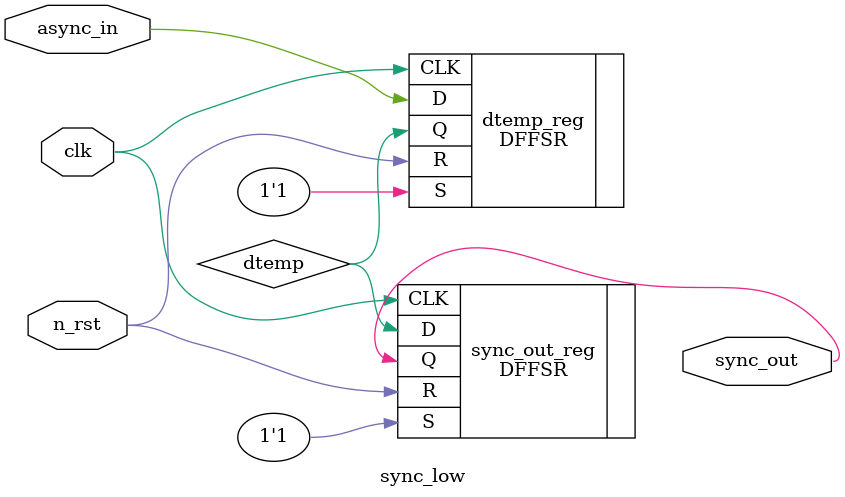
<source format=v>


module sync_low ( clk, n_rst, async_in, sync_out );
  input clk, n_rst, async_in;
  output sync_out;
  wire   dtemp;

  DFFSR dtemp_reg ( .D(async_in), .CLK(clk), .R(n_rst), .S(1'b1), .Q(dtemp) );
  DFFSR sync_out_reg ( .D(dtemp), .CLK(clk), .R(n_rst), .S(1'b1), .Q(sync_out)
         );
endmodule


</source>
